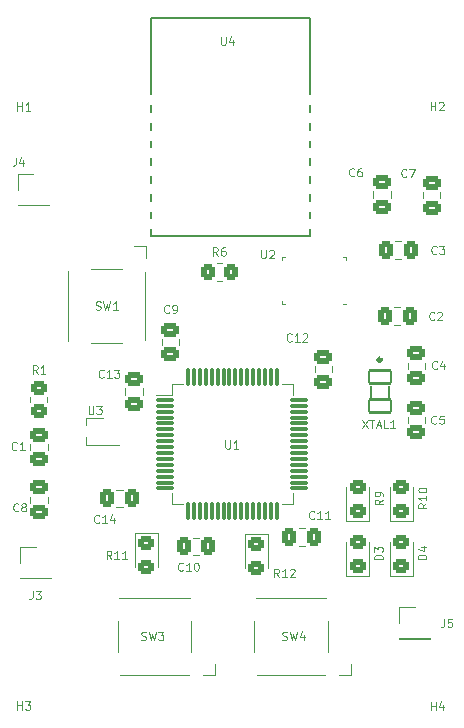
<source format=gto>
G04 #@! TF.GenerationSoftware,KiCad,Pcbnew,7.0.10*
G04 #@! TF.CreationDate,2024-03-08T11:33:54-05:00*
G04 #@! TF.ProjectId,swipe-stack-glove,73776970-652d-4737-9461-636b2d676c6f,1*
G04 #@! TF.SameCoordinates,Original*
G04 #@! TF.FileFunction,Legend,Top*
G04 #@! TF.FilePolarity,Positive*
%FSLAX46Y46*%
G04 Gerber Fmt 4.6, Leading zero omitted, Abs format (unit mm)*
G04 Created by KiCad (PCBNEW 7.0.10) date 2024-03-08 11:33:54*
%MOMM*%
%LPD*%
G01*
G04 APERTURE LIST*
G04 Aperture macros list*
%AMRoundRect*
0 Rectangle with rounded corners*
0 $1 Rounding radius*
0 $2 $3 $4 $5 $6 $7 $8 $9 X,Y pos of 4 corners*
0 Add a 4 corners polygon primitive as box body*
4,1,4,$2,$3,$4,$5,$6,$7,$8,$9,$2,$3,0*
0 Add four circle primitives for the rounded corners*
1,1,$1+$1,$2,$3*
1,1,$1+$1,$4,$5*
1,1,$1+$1,$6,$7*
1,1,$1+$1,$8,$9*
0 Add four rect primitives between the rounded corners*
20,1,$1+$1,$2,$3,$4,$5,0*
20,1,$1+$1,$4,$5,$6,$7,0*
20,1,$1+$1,$6,$7,$8,$9,0*
20,1,$1+$1,$8,$9,$2,$3,0*%
G04 Aperture macros list end*
%ADD10C,0.100000*%
%ADD11C,0.120000*%
%ADD12C,0.127000*%
%ADD13C,0.300000*%
%ADD14C,0.150000*%
%ADD15RoundRect,0.250000X-0.475000X0.337500X-0.475000X-0.337500X0.475000X-0.337500X0.475000X0.337500X0*%
%ADD16R,1.600000X1.400000*%
%ADD17RoundRect,0.250000X0.350000X0.450000X-0.350000X0.450000X-0.350000X-0.450000X0.350000X-0.450000X0*%
%ADD18RoundRect,0.250000X0.475000X-0.337500X0.475000X0.337500X-0.475000X0.337500X-0.475000X-0.337500X0*%
%ADD19R,1.700000X1.700000*%
%ADD20RoundRect,0.250000X0.337500X0.475000X-0.337500X0.475000X-0.337500X-0.475000X0.337500X-0.475000X0*%
%ADD21R,1.500000X0.450000*%
%ADD22C,2.500000*%
%ADD23RoundRect,0.102000X-0.950000X0.550000X-0.950000X-0.550000X0.950000X-0.550000X0.950000X0.550000X0*%
%ADD24RoundRect,0.250000X0.450000X-0.325000X0.450000X0.325000X-0.450000X0.325000X-0.450000X-0.325000X0*%
%ADD25RoundRect,0.250000X-0.337500X-0.475000X0.337500X-0.475000X0.337500X0.475000X-0.337500X0.475000X0*%
%ADD26RoundRect,0.250000X-0.450000X0.325000X-0.450000X-0.325000X0.450000X-0.325000X0.450000X0.325000X0*%
%ADD27R,0.257000X1.085000*%
%ADD28R,1.040000X0.257000*%
%ADD29R,1.400000X1.600000*%
%ADD30RoundRect,0.075000X-0.700000X-0.075000X0.700000X-0.075000X0.700000X0.075000X-0.700000X0.075000X0*%
%ADD31RoundRect,0.075000X-0.075000X-0.700000X0.075000X-0.700000X0.075000X0.700000X-0.075000X0.700000X0*%
%ADD32R,2.000000X0.900000*%
%ADD33RoundRect,0.250000X-0.450000X0.350000X-0.450000X-0.350000X0.450000X-0.350000X0.450000X0.350000X0*%
%ADD34O,1.700000X1.700000*%
%ADD35C,0.800000*%
G04 APERTURE END LIST*
D10*
X169563333Y-100809466D02*
X169530000Y-100842800D01*
X169530000Y-100842800D02*
X169430000Y-100876133D01*
X169430000Y-100876133D02*
X169363333Y-100876133D01*
X169363333Y-100876133D02*
X169263333Y-100842800D01*
X169263333Y-100842800D02*
X169196667Y-100776133D01*
X169196667Y-100776133D02*
X169163333Y-100709466D01*
X169163333Y-100709466D02*
X169130000Y-100576133D01*
X169130000Y-100576133D02*
X169130000Y-100476133D01*
X169130000Y-100476133D02*
X169163333Y-100342800D01*
X169163333Y-100342800D02*
X169196667Y-100276133D01*
X169196667Y-100276133D02*
X169263333Y-100209466D01*
X169263333Y-100209466D02*
X169363333Y-100176133D01*
X169363333Y-100176133D02*
X169430000Y-100176133D01*
X169430000Y-100176133D02*
X169530000Y-100209466D01*
X169530000Y-100209466D02*
X169563333Y-100242800D01*
X170196667Y-100176133D02*
X169863333Y-100176133D01*
X169863333Y-100176133D02*
X169830000Y-100509466D01*
X169830000Y-100509466D02*
X169863333Y-100476133D01*
X169863333Y-100476133D02*
X169930000Y-100442800D01*
X169930000Y-100442800D02*
X170096667Y-100442800D01*
X170096667Y-100442800D02*
X170163333Y-100476133D01*
X170163333Y-100476133D02*
X170196667Y-100509466D01*
X170196667Y-100509466D02*
X170230000Y-100576133D01*
X170230000Y-100576133D02*
X170230000Y-100742800D01*
X170230000Y-100742800D02*
X170196667Y-100809466D01*
X170196667Y-100809466D02*
X170163333Y-100842800D01*
X170163333Y-100842800D02*
X170096667Y-100876133D01*
X170096667Y-100876133D02*
X169930000Y-100876133D01*
X169930000Y-100876133D02*
X169863333Y-100842800D01*
X169863333Y-100842800D02*
X169830000Y-100809466D01*
X144608666Y-119157300D02*
X144708666Y-119190633D01*
X144708666Y-119190633D02*
X144875333Y-119190633D01*
X144875333Y-119190633D02*
X144941999Y-119157300D01*
X144941999Y-119157300D02*
X144975333Y-119123966D01*
X144975333Y-119123966D02*
X145008666Y-119057300D01*
X145008666Y-119057300D02*
X145008666Y-118990633D01*
X145008666Y-118990633D02*
X144975333Y-118923966D01*
X144975333Y-118923966D02*
X144941999Y-118890633D01*
X144941999Y-118890633D02*
X144875333Y-118857300D01*
X144875333Y-118857300D02*
X144741999Y-118823966D01*
X144741999Y-118823966D02*
X144675333Y-118790633D01*
X144675333Y-118790633D02*
X144641999Y-118757300D01*
X144641999Y-118757300D02*
X144608666Y-118690633D01*
X144608666Y-118690633D02*
X144608666Y-118623966D01*
X144608666Y-118623966D02*
X144641999Y-118557300D01*
X144641999Y-118557300D02*
X144675333Y-118523966D01*
X144675333Y-118523966D02*
X144741999Y-118490633D01*
X144741999Y-118490633D02*
X144908666Y-118490633D01*
X144908666Y-118490633D02*
X145008666Y-118523966D01*
X145242000Y-118490633D02*
X145408666Y-119190633D01*
X145408666Y-119190633D02*
X145542000Y-118690633D01*
X145542000Y-118690633D02*
X145675333Y-119190633D01*
X145675333Y-119190633D02*
X145842000Y-118490633D01*
X146042000Y-118490633D02*
X146475333Y-118490633D01*
X146475333Y-118490633D02*
X146242000Y-118757300D01*
X146242000Y-118757300D02*
X146342000Y-118757300D01*
X146342000Y-118757300D02*
X146408666Y-118790633D01*
X146408666Y-118790633D02*
X146442000Y-118823966D01*
X146442000Y-118823966D02*
X146475333Y-118890633D01*
X146475333Y-118890633D02*
X146475333Y-119057300D01*
X146475333Y-119057300D02*
X146442000Y-119123966D01*
X146442000Y-119123966D02*
X146408666Y-119157300D01*
X146408666Y-119157300D02*
X146342000Y-119190633D01*
X146342000Y-119190633D02*
X146142000Y-119190633D01*
X146142000Y-119190633D02*
X146075333Y-119157300D01*
X146075333Y-119157300D02*
X146042000Y-119123966D01*
X151073333Y-86648633D02*
X150840000Y-86315300D01*
X150673333Y-86648633D02*
X150673333Y-85948633D01*
X150673333Y-85948633D02*
X150940000Y-85948633D01*
X150940000Y-85948633D02*
X151006667Y-85981966D01*
X151006667Y-85981966D02*
X151040000Y-86015300D01*
X151040000Y-86015300D02*
X151073333Y-86081966D01*
X151073333Y-86081966D02*
X151073333Y-86181966D01*
X151073333Y-86181966D02*
X151040000Y-86248633D01*
X151040000Y-86248633D02*
X151006667Y-86281966D01*
X151006667Y-86281966D02*
X150940000Y-86315300D01*
X150940000Y-86315300D02*
X150673333Y-86315300D01*
X151673333Y-85948633D02*
X151540000Y-85948633D01*
X151540000Y-85948633D02*
X151473333Y-85981966D01*
X151473333Y-85981966D02*
X151440000Y-86015300D01*
X151440000Y-86015300D02*
X151373333Y-86115300D01*
X151373333Y-86115300D02*
X151340000Y-86248633D01*
X151340000Y-86248633D02*
X151340000Y-86515300D01*
X151340000Y-86515300D02*
X151373333Y-86581966D01*
X151373333Y-86581966D02*
X151406667Y-86615300D01*
X151406667Y-86615300D02*
X151473333Y-86648633D01*
X151473333Y-86648633D02*
X151606667Y-86648633D01*
X151606667Y-86648633D02*
X151673333Y-86615300D01*
X151673333Y-86615300D02*
X151706667Y-86581966D01*
X151706667Y-86581966D02*
X151740000Y-86515300D01*
X151740000Y-86515300D02*
X151740000Y-86348633D01*
X151740000Y-86348633D02*
X151706667Y-86281966D01*
X151706667Y-86281966D02*
X151673333Y-86248633D01*
X151673333Y-86248633D02*
X151606667Y-86215300D01*
X151606667Y-86215300D02*
X151473333Y-86215300D01*
X151473333Y-86215300D02*
X151406667Y-86248633D01*
X151406667Y-86248633D02*
X151373333Y-86281966D01*
X151373333Y-86281966D02*
X151340000Y-86348633D01*
X162613333Y-79861966D02*
X162580000Y-79895300D01*
X162580000Y-79895300D02*
X162480000Y-79928633D01*
X162480000Y-79928633D02*
X162413333Y-79928633D01*
X162413333Y-79928633D02*
X162313333Y-79895300D01*
X162313333Y-79895300D02*
X162246667Y-79828633D01*
X162246667Y-79828633D02*
X162213333Y-79761966D01*
X162213333Y-79761966D02*
X162180000Y-79628633D01*
X162180000Y-79628633D02*
X162180000Y-79528633D01*
X162180000Y-79528633D02*
X162213333Y-79395300D01*
X162213333Y-79395300D02*
X162246667Y-79328633D01*
X162246667Y-79328633D02*
X162313333Y-79261966D01*
X162313333Y-79261966D02*
X162413333Y-79228633D01*
X162413333Y-79228633D02*
X162480000Y-79228633D01*
X162480000Y-79228633D02*
X162580000Y-79261966D01*
X162580000Y-79261966D02*
X162613333Y-79295300D01*
X163213333Y-79228633D02*
X163080000Y-79228633D01*
X163080000Y-79228633D02*
X163013333Y-79261966D01*
X163013333Y-79261966D02*
X162980000Y-79295300D01*
X162980000Y-79295300D02*
X162913333Y-79395300D01*
X162913333Y-79395300D02*
X162880000Y-79528633D01*
X162880000Y-79528633D02*
X162880000Y-79795300D01*
X162880000Y-79795300D02*
X162913333Y-79861966D01*
X162913333Y-79861966D02*
X162946667Y-79895300D01*
X162946667Y-79895300D02*
X163013333Y-79928633D01*
X163013333Y-79928633D02*
X163146667Y-79928633D01*
X163146667Y-79928633D02*
X163213333Y-79895300D01*
X163213333Y-79895300D02*
X163246667Y-79861966D01*
X163246667Y-79861966D02*
X163280000Y-79795300D01*
X163280000Y-79795300D02*
X163280000Y-79628633D01*
X163280000Y-79628633D02*
X163246667Y-79561966D01*
X163246667Y-79561966D02*
X163213333Y-79528633D01*
X163213333Y-79528633D02*
X163146667Y-79495300D01*
X163146667Y-79495300D02*
X163013333Y-79495300D01*
X163013333Y-79495300D02*
X162946667Y-79528633D01*
X162946667Y-79528633D02*
X162913333Y-79561966D01*
X162913333Y-79561966D02*
X162880000Y-79628633D01*
X135386666Y-115028633D02*
X135386666Y-115528633D01*
X135386666Y-115528633D02*
X135353333Y-115628633D01*
X135353333Y-115628633D02*
X135286666Y-115695300D01*
X135286666Y-115695300D02*
X135186666Y-115728633D01*
X135186666Y-115728633D02*
X135120000Y-115728633D01*
X135653333Y-115028633D02*
X136086666Y-115028633D01*
X136086666Y-115028633D02*
X135853333Y-115295300D01*
X135853333Y-115295300D02*
X135953333Y-115295300D01*
X135953333Y-115295300D02*
X136019999Y-115328633D01*
X136019999Y-115328633D02*
X136053333Y-115361966D01*
X136053333Y-115361966D02*
X136086666Y-115428633D01*
X136086666Y-115428633D02*
X136086666Y-115595300D01*
X136086666Y-115595300D02*
X136053333Y-115661966D01*
X136053333Y-115661966D02*
X136019999Y-115695300D01*
X136019999Y-115695300D02*
X135953333Y-115728633D01*
X135953333Y-115728633D02*
X135753333Y-115728633D01*
X135753333Y-115728633D02*
X135686666Y-115695300D01*
X135686666Y-115695300D02*
X135653333Y-115661966D01*
X159229999Y-108871966D02*
X159196666Y-108905300D01*
X159196666Y-108905300D02*
X159096666Y-108938633D01*
X159096666Y-108938633D02*
X159029999Y-108938633D01*
X159029999Y-108938633D02*
X158929999Y-108905300D01*
X158929999Y-108905300D02*
X158863333Y-108838633D01*
X158863333Y-108838633D02*
X158829999Y-108771966D01*
X158829999Y-108771966D02*
X158796666Y-108638633D01*
X158796666Y-108638633D02*
X158796666Y-108538633D01*
X158796666Y-108538633D02*
X158829999Y-108405300D01*
X158829999Y-108405300D02*
X158863333Y-108338633D01*
X158863333Y-108338633D02*
X158929999Y-108271966D01*
X158929999Y-108271966D02*
X159029999Y-108238633D01*
X159029999Y-108238633D02*
X159096666Y-108238633D01*
X159096666Y-108238633D02*
X159196666Y-108271966D01*
X159196666Y-108271966D02*
X159229999Y-108305300D01*
X159896666Y-108938633D02*
X159496666Y-108938633D01*
X159696666Y-108938633D02*
X159696666Y-108238633D01*
X159696666Y-108238633D02*
X159629999Y-108338633D01*
X159629999Y-108338633D02*
X159563333Y-108405300D01*
X159563333Y-108405300D02*
X159496666Y-108438633D01*
X160563333Y-108938633D02*
X160163333Y-108938633D01*
X160363333Y-108938633D02*
X160363333Y-108238633D01*
X160363333Y-108238633D02*
X160296666Y-108338633D01*
X160296666Y-108338633D02*
X160230000Y-108405300D01*
X160230000Y-108405300D02*
X160163333Y-108438633D01*
X140136666Y-99338633D02*
X140136666Y-99905300D01*
X140136666Y-99905300D02*
X140170000Y-99971966D01*
X140170000Y-99971966D02*
X140203333Y-100005300D01*
X140203333Y-100005300D02*
X140270000Y-100038633D01*
X140270000Y-100038633D02*
X140403333Y-100038633D01*
X140403333Y-100038633D02*
X140470000Y-100005300D01*
X140470000Y-100005300D02*
X140503333Y-99971966D01*
X140503333Y-99971966D02*
X140536666Y-99905300D01*
X140536666Y-99905300D02*
X140536666Y-99338633D01*
X140803333Y-99338633D02*
X141236666Y-99338633D01*
X141236666Y-99338633D02*
X141003333Y-99605300D01*
X141003333Y-99605300D02*
X141103333Y-99605300D01*
X141103333Y-99605300D02*
X141169999Y-99638633D01*
X141169999Y-99638633D02*
X141203333Y-99671966D01*
X141203333Y-99671966D02*
X141236666Y-99738633D01*
X141236666Y-99738633D02*
X141236666Y-99905300D01*
X141236666Y-99905300D02*
X141203333Y-99971966D01*
X141203333Y-99971966D02*
X141169999Y-100005300D01*
X141169999Y-100005300D02*
X141103333Y-100038633D01*
X141103333Y-100038633D02*
X140903333Y-100038633D01*
X140903333Y-100038633D02*
X140836666Y-100005300D01*
X140836666Y-100005300D02*
X140803333Y-99971966D01*
X170226666Y-117378633D02*
X170226666Y-117878633D01*
X170226666Y-117878633D02*
X170193333Y-117978633D01*
X170193333Y-117978633D02*
X170126666Y-118045300D01*
X170126666Y-118045300D02*
X170026666Y-118078633D01*
X170026666Y-118078633D02*
X169960000Y-118078633D01*
X170893333Y-117378633D02*
X170559999Y-117378633D01*
X170559999Y-117378633D02*
X170526666Y-117711966D01*
X170526666Y-117711966D02*
X170559999Y-117678633D01*
X170559999Y-117678633D02*
X170626666Y-117645300D01*
X170626666Y-117645300D02*
X170793333Y-117645300D01*
X170793333Y-117645300D02*
X170859999Y-117678633D01*
X170859999Y-117678633D02*
X170893333Y-117711966D01*
X170893333Y-117711966D02*
X170926666Y-117778633D01*
X170926666Y-117778633D02*
X170926666Y-117945300D01*
X170926666Y-117945300D02*
X170893333Y-118011966D01*
X170893333Y-118011966D02*
X170859999Y-118045300D01*
X170859999Y-118045300D02*
X170793333Y-118078633D01*
X170793333Y-118078633D02*
X170626666Y-118078633D01*
X170626666Y-118078633D02*
X170559999Y-118045300D01*
X170559999Y-118045300D02*
X170526666Y-118011966D01*
X156546666Y-119157300D02*
X156646666Y-119190633D01*
X156646666Y-119190633D02*
X156813333Y-119190633D01*
X156813333Y-119190633D02*
X156879999Y-119157300D01*
X156879999Y-119157300D02*
X156913333Y-119123966D01*
X156913333Y-119123966D02*
X156946666Y-119057300D01*
X156946666Y-119057300D02*
X156946666Y-118990633D01*
X156946666Y-118990633D02*
X156913333Y-118923966D01*
X156913333Y-118923966D02*
X156879999Y-118890633D01*
X156879999Y-118890633D02*
X156813333Y-118857300D01*
X156813333Y-118857300D02*
X156679999Y-118823966D01*
X156679999Y-118823966D02*
X156613333Y-118790633D01*
X156613333Y-118790633D02*
X156579999Y-118757300D01*
X156579999Y-118757300D02*
X156546666Y-118690633D01*
X156546666Y-118690633D02*
X156546666Y-118623966D01*
X156546666Y-118623966D02*
X156579999Y-118557300D01*
X156579999Y-118557300D02*
X156613333Y-118523966D01*
X156613333Y-118523966D02*
X156679999Y-118490633D01*
X156679999Y-118490633D02*
X156846666Y-118490633D01*
X156846666Y-118490633D02*
X156946666Y-118523966D01*
X157180000Y-118490633D02*
X157346666Y-119190633D01*
X157346666Y-119190633D02*
X157480000Y-118690633D01*
X157480000Y-118690633D02*
X157613333Y-119190633D01*
X157613333Y-119190633D02*
X157780000Y-118490633D01*
X158346666Y-118723966D02*
X158346666Y-119190633D01*
X158180000Y-118457300D02*
X158013333Y-118957300D01*
X158013333Y-118957300D02*
X158446666Y-118957300D01*
X134105960Y-74364937D02*
X134105960Y-73664937D01*
X134105960Y-73998270D02*
X134505960Y-73998270D01*
X134505960Y-74364937D02*
X134505960Y-73664937D01*
X135205960Y-74364937D02*
X134805960Y-74364937D01*
X135005960Y-74364937D02*
X135005960Y-73664937D01*
X135005960Y-73664937D02*
X134939293Y-73764937D01*
X134939293Y-73764937D02*
X134872627Y-73831604D01*
X134872627Y-73831604D02*
X134805960Y-73864937D01*
X163283333Y-100516133D02*
X163749999Y-101216133D01*
X163749999Y-100516133D02*
X163283333Y-101216133D01*
X163916666Y-100516133D02*
X164316666Y-100516133D01*
X164116666Y-101216133D02*
X164116666Y-100516133D01*
X164516666Y-101016133D02*
X164849999Y-101016133D01*
X164449999Y-101216133D02*
X164683333Y-100516133D01*
X164683333Y-100516133D02*
X164916666Y-101216133D01*
X165483333Y-101216133D02*
X165149999Y-101216133D01*
X165149999Y-101216133D02*
X165149999Y-100516133D01*
X166083333Y-101216133D02*
X165683333Y-101216133D01*
X165883333Y-101216133D02*
X165883333Y-100516133D01*
X165883333Y-100516133D02*
X165816666Y-100616133D01*
X165816666Y-100616133D02*
X165750000Y-100682800D01*
X165750000Y-100682800D02*
X165683333Y-100716133D01*
X169403333Y-92031966D02*
X169370000Y-92065300D01*
X169370000Y-92065300D02*
X169270000Y-92098633D01*
X169270000Y-92098633D02*
X169203333Y-92098633D01*
X169203333Y-92098633D02*
X169103333Y-92065300D01*
X169103333Y-92065300D02*
X169036667Y-91998633D01*
X169036667Y-91998633D02*
X169003333Y-91931966D01*
X169003333Y-91931966D02*
X168970000Y-91798633D01*
X168970000Y-91798633D02*
X168970000Y-91698633D01*
X168970000Y-91698633D02*
X169003333Y-91565300D01*
X169003333Y-91565300D02*
X169036667Y-91498633D01*
X169036667Y-91498633D02*
X169103333Y-91431966D01*
X169103333Y-91431966D02*
X169203333Y-91398633D01*
X169203333Y-91398633D02*
X169270000Y-91398633D01*
X169270000Y-91398633D02*
X169370000Y-91431966D01*
X169370000Y-91431966D02*
X169403333Y-91465300D01*
X169670000Y-91465300D02*
X169703333Y-91431966D01*
X169703333Y-91431966D02*
X169770000Y-91398633D01*
X169770000Y-91398633D02*
X169936667Y-91398633D01*
X169936667Y-91398633D02*
X170003333Y-91431966D01*
X170003333Y-91431966D02*
X170036667Y-91465300D01*
X170036667Y-91465300D02*
X170070000Y-91531966D01*
X170070000Y-91531966D02*
X170070000Y-91598633D01*
X170070000Y-91598633D02*
X170036667Y-91698633D01*
X170036667Y-91698633D02*
X169636667Y-92098633D01*
X169636667Y-92098633D02*
X170070000Y-92098633D01*
X165042633Y-107286588D02*
X164709300Y-107519921D01*
X165042633Y-107686588D02*
X164342633Y-107686588D01*
X164342633Y-107686588D02*
X164342633Y-107419921D01*
X164342633Y-107419921D02*
X164375966Y-107353255D01*
X164375966Y-107353255D02*
X164409300Y-107319921D01*
X164409300Y-107319921D02*
X164475966Y-107286588D01*
X164475966Y-107286588D02*
X164575966Y-107286588D01*
X164575966Y-107286588D02*
X164642633Y-107319921D01*
X164642633Y-107319921D02*
X164675966Y-107353255D01*
X164675966Y-107353255D02*
X164709300Y-107419921D01*
X164709300Y-107419921D02*
X164709300Y-107686588D01*
X165042633Y-106953255D02*
X165042633Y-106819921D01*
X165042633Y-106819921D02*
X165009300Y-106753255D01*
X165009300Y-106753255D02*
X164975966Y-106719921D01*
X164975966Y-106719921D02*
X164875966Y-106653255D01*
X164875966Y-106653255D02*
X164742633Y-106619921D01*
X164742633Y-106619921D02*
X164475966Y-106619921D01*
X164475966Y-106619921D02*
X164409300Y-106653255D01*
X164409300Y-106653255D02*
X164375966Y-106686588D01*
X164375966Y-106686588D02*
X164342633Y-106753255D01*
X164342633Y-106753255D02*
X164342633Y-106886588D01*
X164342633Y-106886588D02*
X164375966Y-106953255D01*
X164375966Y-106953255D02*
X164409300Y-106986588D01*
X164409300Y-106986588D02*
X164475966Y-107019921D01*
X164475966Y-107019921D02*
X164642633Y-107019921D01*
X164642633Y-107019921D02*
X164709300Y-106986588D01*
X164709300Y-106986588D02*
X164742633Y-106953255D01*
X164742633Y-106953255D02*
X164775966Y-106886588D01*
X164775966Y-106886588D02*
X164775966Y-106753255D01*
X164775966Y-106753255D02*
X164742633Y-106686588D01*
X164742633Y-106686588D02*
X164709300Y-106653255D01*
X164709300Y-106653255D02*
X164642633Y-106619921D01*
X148129999Y-113261966D02*
X148096666Y-113295300D01*
X148096666Y-113295300D02*
X147996666Y-113328633D01*
X147996666Y-113328633D02*
X147929999Y-113328633D01*
X147929999Y-113328633D02*
X147829999Y-113295300D01*
X147829999Y-113295300D02*
X147763333Y-113228633D01*
X147763333Y-113228633D02*
X147729999Y-113161966D01*
X147729999Y-113161966D02*
X147696666Y-113028633D01*
X147696666Y-113028633D02*
X147696666Y-112928633D01*
X147696666Y-112928633D02*
X147729999Y-112795300D01*
X147729999Y-112795300D02*
X147763333Y-112728633D01*
X147763333Y-112728633D02*
X147829999Y-112661966D01*
X147829999Y-112661966D02*
X147929999Y-112628633D01*
X147929999Y-112628633D02*
X147996666Y-112628633D01*
X147996666Y-112628633D02*
X148096666Y-112661966D01*
X148096666Y-112661966D02*
X148129999Y-112695300D01*
X148796666Y-113328633D02*
X148396666Y-113328633D01*
X148596666Y-113328633D02*
X148596666Y-112628633D01*
X148596666Y-112628633D02*
X148529999Y-112728633D01*
X148529999Y-112728633D02*
X148463333Y-112795300D01*
X148463333Y-112795300D02*
X148396666Y-112828633D01*
X149230000Y-112628633D02*
X149296666Y-112628633D01*
X149296666Y-112628633D02*
X149363333Y-112661966D01*
X149363333Y-112661966D02*
X149396666Y-112695300D01*
X149396666Y-112695300D02*
X149430000Y-112761966D01*
X149430000Y-112761966D02*
X149463333Y-112895300D01*
X149463333Y-112895300D02*
X149463333Y-113061966D01*
X149463333Y-113061966D02*
X149430000Y-113195300D01*
X149430000Y-113195300D02*
X149396666Y-113261966D01*
X149396666Y-113261966D02*
X149363333Y-113295300D01*
X149363333Y-113295300D02*
X149296666Y-113328633D01*
X149296666Y-113328633D02*
X149230000Y-113328633D01*
X149230000Y-113328633D02*
X149163333Y-113295300D01*
X149163333Y-113295300D02*
X149130000Y-113261966D01*
X149130000Y-113261966D02*
X149096666Y-113195300D01*
X149096666Y-113195300D02*
X149063333Y-113061966D01*
X149063333Y-113061966D02*
X149063333Y-112895300D01*
X149063333Y-112895300D02*
X149096666Y-112761966D01*
X149096666Y-112761966D02*
X149130000Y-112695300D01*
X149130000Y-112695300D02*
X149163333Y-112661966D01*
X149163333Y-112661966D02*
X149230000Y-112628633D01*
X169593333Y-86431966D02*
X169560000Y-86465300D01*
X169560000Y-86465300D02*
X169460000Y-86498633D01*
X169460000Y-86498633D02*
X169393333Y-86498633D01*
X169393333Y-86498633D02*
X169293333Y-86465300D01*
X169293333Y-86465300D02*
X169226667Y-86398633D01*
X169226667Y-86398633D02*
X169193333Y-86331966D01*
X169193333Y-86331966D02*
X169160000Y-86198633D01*
X169160000Y-86198633D02*
X169160000Y-86098633D01*
X169160000Y-86098633D02*
X169193333Y-85965300D01*
X169193333Y-85965300D02*
X169226667Y-85898633D01*
X169226667Y-85898633D02*
X169293333Y-85831966D01*
X169293333Y-85831966D02*
X169393333Y-85798633D01*
X169393333Y-85798633D02*
X169460000Y-85798633D01*
X169460000Y-85798633D02*
X169560000Y-85831966D01*
X169560000Y-85831966D02*
X169593333Y-85865300D01*
X169826667Y-85798633D02*
X170260000Y-85798633D01*
X170260000Y-85798633D02*
X170026667Y-86065300D01*
X170026667Y-86065300D02*
X170126667Y-86065300D01*
X170126667Y-86065300D02*
X170193333Y-86098633D01*
X170193333Y-86098633D02*
X170226667Y-86131966D01*
X170226667Y-86131966D02*
X170260000Y-86198633D01*
X170260000Y-86198633D02*
X170260000Y-86365300D01*
X170260000Y-86365300D02*
X170226667Y-86431966D01*
X170226667Y-86431966D02*
X170193333Y-86465300D01*
X170193333Y-86465300D02*
X170126667Y-86498633D01*
X170126667Y-86498633D02*
X169926667Y-86498633D01*
X169926667Y-86498633D02*
X169860000Y-86465300D01*
X169860000Y-86465300D02*
X169826667Y-86431966D01*
X169124667Y-125112079D02*
X169124667Y-124412079D01*
X169124667Y-124745412D02*
X169524667Y-124745412D01*
X169524667Y-125112079D02*
X169524667Y-124412079D01*
X170158000Y-124645412D02*
X170158000Y-125112079D01*
X169991334Y-124378746D02*
X169824667Y-124878746D01*
X169824667Y-124878746D02*
X170258000Y-124878746D01*
X165032633Y-112351588D02*
X164332633Y-112351588D01*
X164332633Y-112351588D02*
X164332633Y-112184921D01*
X164332633Y-112184921D02*
X164365966Y-112084921D01*
X164365966Y-112084921D02*
X164432633Y-112018255D01*
X164432633Y-112018255D02*
X164499300Y-111984921D01*
X164499300Y-111984921D02*
X164632633Y-111951588D01*
X164632633Y-111951588D02*
X164732633Y-111951588D01*
X164732633Y-111951588D02*
X164865966Y-111984921D01*
X164865966Y-111984921D02*
X164932633Y-112018255D01*
X164932633Y-112018255D02*
X164999300Y-112084921D01*
X164999300Y-112084921D02*
X165032633Y-112184921D01*
X165032633Y-112184921D02*
X165032633Y-112351588D01*
X164332633Y-111718255D02*
X164332633Y-111284921D01*
X164332633Y-111284921D02*
X164599300Y-111518255D01*
X164599300Y-111518255D02*
X164599300Y-111418255D01*
X164599300Y-111418255D02*
X164632633Y-111351588D01*
X164632633Y-111351588D02*
X164665966Y-111318255D01*
X164665966Y-111318255D02*
X164732633Y-111284921D01*
X164732633Y-111284921D02*
X164899300Y-111284921D01*
X164899300Y-111284921D02*
X164965966Y-111318255D01*
X164965966Y-111318255D02*
X164999300Y-111351588D01*
X164999300Y-111351588D02*
X165032633Y-111418255D01*
X165032633Y-111418255D02*
X165032633Y-111618255D01*
X165032633Y-111618255D02*
X164999300Y-111684921D01*
X164999300Y-111684921D02*
X164965966Y-111718255D01*
X134183333Y-108231966D02*
X134150000Y-108265300D01*
X134150000Y-108265300D02*
X134050000Y-108298633D01*
X134050000Y-108298633D02*
X133983333Y-108298633D01*
X133983333Y-108298633D02*
X133883333Y-108265300D01*
X133883333Y-108265300D02*
X133816667Y-108198633D01*
X133816667Y-108198633D02*
X133783333Y-108131966D01*
X133783333Y-108131966D02*
X133750000Y-107998633D01*
X133750000Y-107998633D02*
X133750000Y-107898633D01*
X133750000Y-107898633D02*
X133783333Y-107765300D01*
X133783333Y-107765300D02*
X133816667Y-107698633D01*
X133816667Y-107698633D02*
X133883333Y-107631966D01*
X133883333Y-107631966D02*
X133983333Y-107598633D01*
X133983333Y-107598633D02*
X134050000Y-107598633D01*
X134050000Y-107598633D02*
X134150000Y-107631966D01*
X134150000Y-107631966D02*
X134183333Y-107665300D01*
X134583333Y-107898633D02*
X134516667Y-107865300D01*
X134516667Y-107865300D02*
X134483333Y-107831966D01*
X134483333Y-107831966D02*
X134450000Y-107765300D01*
X134450000Y-107765300D02*
X134450000Y-107731966D01*
X134450000Y-107731966D02*
X134483333Y-107665300D01*
X134483333Y-107665300D02*
X134516667Y-107631966D01*
X134516667Y-107631966D02*
X134583333Y-107598633D01*
X134583333Y-107598633D02*
X134716667Y-107598633D01*
X134716667Y-107598633D02*
X134783333Y-107631966D01*
X134783333Y-107631966D02*
X134816667Y-107665300D01*
X134816667Y-107665300D02*
X134850000Y-107731966D01*
X134850000Y-107731966D02*
X134850000Y-107765300D01*
X134850000Y-107765300D02*
X134816667Y-107831966D01*
X134816667Y-107831966D02*
X134783333Y-107865300D01*
X134783333Y-107865300D02*
X134716667Y-107898633D01*
X134716667Y-107898633D02*
X134583333Y-107898633D01*
X134583333Y-107898633D02*
X134516667Y-107931966D01*
X134516667Y-107931966D02*
X134483333Y-107965300D01*
X134483333Y-107965300D02*
X134450000Y-108031966D01*
X134450000Y-108031966D02*
X134450000Y-108165300D01*
X134450000Y-108165300D02*
X134483333Y-108231966D01*
X134483333Y-108231966D02*
X134516667Y-108265300D01*
X134516667Y-108265300D02*
X134583333Y-108298633D01*
X134583333Y-108298633D02*
X134716667Y-108298633D01*
X134716667Y-108298633D02*
X134783333Y-108265300D01*
X134783333Y-108265300D02*
X134816667Y-108231966D01*
X134816667Y-108231966D02*
X134850000Y-108165300D01*
X134850000Y-108165300D02*
X134850000Y-108031966D01*
X134850000Y-108031966D02*
X134816667Y-107965300D01*
X134816667Y-107965300D02*
X134783333Y-107931966D01*
X134783333Y-107931966D02*
X134716667Y-107898633D01*
X169643333Y-96189466D02*
X169610000Y-96222800D01*
X169610000Y-96222800D02*
X169510000Y-96256133D01*
X169510000Y-96256133D02*
X169443333Y-96256133D01*
X169443333Y-96256133D02*
X169343333Y-96222800D01*
X169343333Y-96222800D02*
X169276667Y-96156133D01*
X169276667Y-96156133D02*
X169243333Y-96089466D01*
X169243333Y-96089466D02*
X169210000Y-95956133D01*
X169210000Y-95956133D02*
X169210000Y-95856133D01*
X169210000Y-95856133D02*
X169243333Y-95722800D01*
X169243333Y-95722800D02*
X169276667Y-95656133D01*
X169276667Y-95656133D02*
X169343333Y-95589466D01*
X169343333Y-95589466D02*
X169443333Y-95556133D01*
X169443333Y-95556133D02*
X169510000Y-95556133D01*
X169510000Y-95556133D02*
X169610000Y-95589466D01*
X169610000Y-95589466D02*
X169643333Y-95622800D01*
X170243333Y-95789466D02*
X170243333Y-96256133D01*
X170076667Y-95522800D02*
X169910000Y-96022800D01*
X169910000Y-96022800D02*
X170343333Y-96022800D01*
X156267999Y-113856633D02*
X156034666Y-113523300D01*
X155867999Y-113856633D02*
X155867999Y-113156633D01*
X155867999Y-113156633D02*
X156134666Y-113156633D01*
X156134666Y-113156633D02*
X156201333Y-113189966D01*
X156201333Y-113189966D02*
X156234666Y-113223300D01*
X156234666Y-113223300D02*
X156267999Y-113289966D01*
X156267999Y-113289966D02*
X156267999Y-113389966D01*
X156267999Y-113389966D02*
X156234666Y-113456633D01*
X156234666Y-113456633D02*
X156201333Y-113489966D01*
X156201333Y-113489966D02*
X156134666Y-113523300D01*
X156134666Y-113523300D02*
X155867999Y-113523300D01*
X156934666Y-113856633D02*
X156534666Y-113856633D01*
X156734666Y-113856633D02*
X156734666Y-113156633D01*
X156734666Y-113156633D02*
X156667999Y-113256633D01*
X156667999Y-113256633D02*
X156601333Y-113323300D01*
X156601333Y-113323300D02*
X156534666Y-113356633D01*
X157201333Y-113223300D02*
X157234666Y-113189966D01*
X157234666Y-113189966D02*
X157301333Y-113156633D01*
X157301333Y-113156633D02*
X157468000Y-113156633D01*
X157468000Y-113156633D02*
X157534666Y-113189966D01*
X157534666Y-113189966D02*
X157568000Y-113223300D01*
X157568000Y-113223300D02*
X157601333Y-113289966D01*
X157601333Y-113289966D02*
X157601333Y-113356633D01*
X157601333Y-113356633D02*
X157568000Y-113456633D01*
X157568000Y-113456633D02*
X157168000Y-113856633D01*
X157168000Y-113856633D02*
X157601333Y-113856633D01*
X157329999Y-93841966D02*
X157296666Y-93875300D01*
X157296666Y-93875300D02*
X157196666Y-93908633D01*
X157196666Y-93908633D02*
X157129999Y-93908633D01*
X157129999Y-93908633D02*
X157029999Y-93875300D01*
X157029999Y-93875300D02*
X156963333Y-93808633D01*
X156963333Y-93808633D02*
X156929999Y-93741966D01*
X156929999Y-93741966D02*
X156896666Y-93608633D01*
X156896666Y-93608633D02*
X156896666Y-93508633D01*
X156896666Y-93508633D02*
X156929999Y-93375300D01*
X156929999Y-93375300D02*
X156963333Y-93308633D01*
X156963333Y-93308633D02*
X157029999Y-93241966D01*
X157029999Y-93241966D02*
X157129999Y-93208633D01*
X157129999Y-93208633D02*
X157196666Y-93208633D01*
X157196666Y-93208633D02*
X157296666Y-93241966D01*
X157296666Y-93241966D02*
X157329999Y-93275300D01*
X157996666Y-93908633D02*
X157596666Y-93908633D01*
X157796666Y-93908633D02*
X157796666Y-93208633D01*
X157796666Y-93208633D02*
X157729999Y-93308633D01*
X157729999Y-93308633D02*
X157663333Y-93375300D01*
X157663333Y-93375300D02*
X157596666Y-93408633D01*
X158263333Y-93275300D02*
X158296666Y-93241966D01*
X158296666Y-93241966D02*
X158363333Y-93208633D01*
X158363333Y-93208633D02*
X158530000Y-93208633D01*
X158530000Y-93208633D02*
X158596666Y-93241966D01*
X158596666Y-93241966D02*
X158630000Y-93275300D01*
X158630000Y-93275300D02*
X158663333Y-93341966D01*
X158663333Y-93341966D02*
X158663333Y-93408633D01*
X158663333Y-93408633D02*
X158630000Y-93508633D01*
X158630000Y-93508633D02*
X158230000Y-93908633D01*
X158230000Y-93908633D02*
X158663333Y-93908633D01*
X154736666Y-86158633D02*
X154736666Y-86725300D01*
X154736666Y-86725300D02*
X154770000Y-86791966D01*
X154770000Y-86791966D02*
X154803333Y-86825300D01*
X154803333Y-86825300D02*
X154870000Y-86858633D01*
X154870000Y-86858633D02*
X155003333Y-86858633D01*
X155003333Y-86858633D02*
X155070000Y-86825300D01*
X155070000Y-86825300D02*
X155103333Y-86791966D01*
X155103333Y-86791966D02*
X155136666Y-86725300D01*
X155136666Y-86725300D02*
X155136666Y-86158633D01*
X155436666Y-86225300D02*
X155469999Y-86191966D01*
X155469999Y-86191966D02*
X155536666Y-86158633D01*
X155536666Y-86158633D02*
X155703333Y-86158633D01*
X155703333Y-86158633D02*
X155769999Y-86191966D01*
X155769999Y-86191966D02*
X155803333Y-86225300D01*
X155803333Y-86225300D02*
X155836666Y-86291966D01*
X155836666Y-86291966D02*
X155836666Y-86358633D01*
X155836666Y-86358633D02*
X155803333Y-86458633D01*
X155803333Y-86458633D02*
X155403333Y-86858633D01*
X155403333Y-86858633D02*
X155836666Y-86858633D01*
X140746666Y-91185300D02*
X140846666Y-91218633D01*
X140846666Y-91218633D02*
X141013333Y-91218633D01*
X141013333Y-91218633D02*
X141079999Y-91185300D01*
X141079999Y-91185300D02*
X141113333Y-91151966D01*
X141113333Y-91151966D02*
X141146666Y-91085300D01*
X141146666Y-91085300D02*
X141146666Y-91018633D01*
X141146666Y-91018633D02*
X141113333Y-90951966D01*
X141113333Y-90951966D02*
X141079999Y-90918633D01*
X141079999Y-90918633D02*
X141013333Y-90885300D01*
X141013333Y-90885300D02*
X140879999Y-90851966D01*
X140879999Y-90851966D02*
X140813333Y-90818633D01*
X140813333Y-90818633D02*
X140779999Y-90785300D01*
X140779999Y-90785300D02*
X140746666Y-90718633D01*
X140746666Y-90718633D02*
X140746666Y-90651966D01*
X140746666Y-90651966D02*
X140779999Y-90585300D01*
X140779999Y-90585300D02*
X140813333Y-90551966D01*
X140813333Y-90551966D02*
X140879999Y-90518633D01*
X140879999Y-90518633D02*
X141046666Y-90518633D01*
X141046666Y-90518633D02*
X141146666Y-90551966D01*
X141380000Y-90518633D02*
X141546666Y-91218633D01*
X141546666Y-91218633D02*
X141680000Y-90718633D01*
X141680000Y-90718633D02*
X141813333Y-91218633D01*
X141813333Y-91218633D02*
X141980000Y-90518633D01*
X142613333Y-91218633D02*
X142213333Y-91218633D01*
X142413333Y-91218633D02*
X142413333Y-90518633D01*
X142413333Y-90518633D02*
X142346666Y-90618633D01*
X142346666Y-90618633D02*
X142280000Y-90685300D01*
X142280000Y-90685300D02*
X142213333Y-90718633D01*
X169094666Y-74334942D02*
X169094666Y-73634942D01*
X169094666Y-73968275D02*
X169494666Y-73968275D01*
X169494666Y-74334942D02*
X169494666Y-73634942D01*
X169794666Y-73701609D02*
X169827999Y-73668275D01*
X169827999Y-73668275D02*
X169894666Y-73634942D01*
X169894666Y-73634942D02*
X170061333Y-73634942D01*
X170061333Y-73634942D02*
X170127999Y-73668275D01*
X170127999Y-73668275D02*
X170161333Y-73701609D01*
X170161333Y-73701609D02*
X170194666Y-73768275D01*
X170194666Y-73768275D02*
X170194666Y-73834942D01*
X170194666Y-73834942D02*
X170161333Y-73934942D01*
X170161333Y-73934942D02*
X169761333Y-74334942D01*
X169761333Y-74334942D02*
X170194666Y-74334942D01*
X141409999Y-96911966D02*
X141376666Y-96945300D01*
X141376666Y-96945300D02*
X141276666Y-96978633D01*
X141276666Y-96978633D02*
X141209999Y-96978633D01*
X141209999Y-96978633D02*
X141109999Y-96945300D01*
X141109999Y-96945300D02*
X141043333Y-96878633D01*
X141043333Y-96878633D02*
X141009999Y-96811966D01*
X141009999Y-96811966D02*
X140976666Y-96678633D01*
X140976666Y-96678633D02*
X140976666Y-96578633D01*
X140976666Y-96578633D02*
X141009999Y-96445300D01*
X141009999Y-96445300D02*
X141043333Y-96378633D01*
X141043333Y-96378633D02*
X141109999Y-96311966D01*
X141109999Y-96311966D02*
X141209999Y-96278633D01*
X141209999Y-96278633D02*
X141276666Y-96278633D01*
X141276666Y-96278633D02*
X141376666Y-96311966D01*
X141376666Y-96311966D02*
X141409999Y-96345300D01*
X142076666Y-96978633D02*
X141676666Y-96978633D01*
X141876666Y-96978633D02*
X141876666Y-96278633D01*
X141876666Y-96278633D02*
X141809999Y-96378633D01*
X141809999Y-96378633D02*
X141743333Y-96445300D01*
X141743333Y-96445300D02*
X141676666Y-96478633D01*
X142310000Y-96278633D02*
X142743333Y-96278633D01*
X142743333Y-96278633D02*
X142510000Y-96545300D01*
X142510000Y-96545300D02*
X142610000Y-96545300D01*
X142610000Y-96545300D02*
X142676666Y-96578633D01*
X142676666Y-96578633D02*
X142710000Y-96611966D01*
X142710000Y-96611966D02*
X142743333Y-96678633D01*
X142743333Y-96678633D02*
X142743333Y-96845300D01*
X142743333Y-96845300D02*
X142710000Y-96911966D01*
X142710000Y-96911966D02*
X142676666Y-96945300D01*
X142676666Y-96945300D02*
X142610000Y-96978633D01*
X142610000Y-96978633D02*
X142410000Y-96978633D01*
X142410000Y-96978633D02*
X142343333Y-96945300D01*
X142343333Y-96945300D02*
X142310000Y-96911966D01*
X151716666Y-102278633D02*
X151716666Y-102845300D01*
X151716666Y-102845300D02*
X151750000Y-102911966D01*
X151750000Y-102911966D02*
X151783333Y-102945300D01*
X151783333Y-102945300D02*
X151850000Y-102978633D01*
X151850000Y-102978633D02*
X151983333Y-102978633D01*
X151983333Y-102978633D02*
X152050000Y-102945300D01*
X152050000Y-102945300D02*
X152083333Y-102911966D01*
X152083333Y-102911966D02*
X152116666Y-102845300D01*
X152116666Y-102845300D02*
X152116666Y-102278633D01*
X152816666Y-102978633D02*
X152416666Y-102978633D01*
X152616666Y-102978633D02*
X152616666Y-102278633D01*
X152616666Y-102278633D02*
X152549999Y-102378633D01*
X152549999Y-102378633D02*
X152483333Y-102445300D01*
X152483333Y-102445300D02*
X152416666Y-102478633D01*
X151346666Y-68108633D02*
X151346666Y-68675300D01*
X151346666Y-68675300D02*
X151380000Y-68741966D01*
X151380000Y-68741966D02*
X151413333Y-68775300D01*
X151413333Y-68775300D02*
X151480000Y-68808633D01*
X151480000Y-68808633D02*
X151613333Y-68808633D01*
X151613333Y-68808633D02*
X151680000Y-68775300D01*
X151680000Y-68775300D02*
X151713333Y-68741966D01*
X151713333Y-68741966D02*
X151746666Y-68675300D01*
X151746666Y-68675300D02*
X151746666Y-68108633D01*
X152379999Y-68341966D02*
X152379999Y-68808633D01*
X152213333Y-68075300D02*
X152046666Y-68575300D01*
X152046666Y-68575300D02*
X152479999Y-68575300D01*
X146949333Y-91437966D02*
X146916000Y-91471300D01*
X146916000Y-91471300D02*
X146816000Y-91504633D01*
X146816000Y-91504633D02*
X146749333Y-91504633D01*
X146749333Y-91504633D02*
X146649333Y-91471300D01*
X146649333Y-91471300D02*
X146582667Y-91404633D01*
X146582667Y-91404633D02*
X146549333Y-91337966D01*
X146549333Y-91337966D02*
X146516000Y-91204633D01*
X146516000Y-91204633D02*
X146516000Y-91104633D01*
X146516000Y-91104633D02*
X146549333Y-90971300D01*
X146549333Y-90971300D02*
X146582667Y-90904633D01*
X146582667Y-90904633D02*
X146649333Y-90837966D01*
X146649333Y-90837966D02*
X146749333Y-90804633D01*
X146749333Y-90804633D02*
X146816000Y-90804633D01*
X146816000Y-90804633D02*
X146916000Y-90837966D01*
X146916000Y-90837966D02*
X146949333Y-90871300D01*
X147282667Y-91504633D02*
X147416000Y-91504633D01*
X147416000Y-91504633D02*
X147482667Y-91471300D01*
X147482667Y-91471300D02*
X147516000Y-91437966D01*
X147516000Y-91437966D02*
X147582667Y-91337966D01*
X147582667Y-91337966D02*
X147616000Y-91204633D01*
X147616000Y-91204633D02*
X147616000Y-90937966D01*
X147616000Y-90937966D02*
X147582667Y-90871300D01*
X147582667Y-90871300D02*
X147549333Y-90837966D01*
X147549333Y-90837966D02*
X147482667Y-90804633D01*
X147482667Y-90804633D02*
X147349333Y-90804633D01*
X147349333Y-90804633D02*
X147282667Y-90837966D01*
X147282667Y-90837966D02*
X147249333Y-90871300D01*
X147249333Y-90871300D02*
X147216000Y-90937966D01*
X147216000Y-90937966D02*
X147216000Y-91104633D01*
X147216000Y-91104633D02*
X147249333Y-91171300D01*
X147249333Y-91171300D02*
X147282667Y-91204633D01*
X147282667Y-91204633D02*
X147349333Y-91237966D01*
X147349333Y-91237966D02*
X147482667Y-91237966D01*
X147482667Y-91237966D02*
X147549333Y-91204633D01*
X147549333Y-91204633D02*
X147582667Y-91171300D01*
X147582667Y-91171300D02*
X147616000Y-91104633D01*
X168742633Y-107614922D02*
X168409300Y-107848255D01*
X168742633Y-108014922D02*
X168042633Y-108014922D01*
X168042633Y-108014922D02*
X168042633Y-107748255D01*
X168042633Y-107748255D02*
X168075966Y-107681589D01*
X168075966Y-107681589D02*
X168109300Y-107648255D01*
X168109300Y-107648255D02*
X168175966Y-107614922D01*
X168175966Y-107614922D02*
X168275966Y-107614922D01*
X168275966Y-107614922D02*
X168342633Y-107648255D01*
X168342633Y-107648255D02*
X168375966Y-107681589D01*
X168375966Y-107681589D02*
X168409300Y-107748255D01*
X168409300Y-107748255D02*
X168409300Y-108014922D01*
X168742633Y-106948255D02*
X168742633Y-107348255D01*
X168742633Y-107148255D02*
X168042633Y-107148255D01*
X168042633Y-107148255D02*
X168142633Y-107214922D01*
X168142633Y-107214922D02*
X168209300Y-107281589D01*
X168209300Y-107281589D02*
X168242633Y-107348255D01*
X168042633Y-106514922D02*
X168042633Y-106448255D01*
X168042633Y-106448255D02*
X168075966Y-106381588D01*
X168075966Y-106381588D02*
X168109300Y-106348255D01*
X168109300Y-106348255D02*
X168175966Y-106314922D01*
X168175966Y-106314922D02*
X168309300Y-106281588D01*
X168309300Y-106281588D02*
X168475966Y-106281588D01*
X168475966Y-106281588D02*
X168609300Y-106314922D01*
X168609300Y-106314922D02*
X168675966Y-106348255D01*
X168675966Y-106348255D02*
X168709300Y-106381588D01*
X168709300Y-106381588D02*
X168742633Y-106448255D01*
X168742633Y-106448255D02*
X168742633Y-106514922D01*
X168742633Y-106514922D02*
X168709300Y-106581588D01*
X168709300Y-106581588D02*
X168675966Y-106614922D01*
X168675966Y-106614922D02*
X168609300Y-106648255D01*
X168609300Y-106648255D02*
X168475966Y-106681588D01*
X168475966Y-106681588D02*
X168309300Y-106681588D01*
X168309300Y-106681588D02*
X168175966Y-106648255D01*
X168175966Y-106648255D02*
X168109300Y-106614922D01*
X168109300Y-106614922D02*
X168075966Y-106581588D01*
X168075966Y-106581588D02*
X168042633Y-106514922D01*
X167043333Y-79911966D02*
X167010000Y-79945300D01*
X167010000Y-79945300D02*
X166910000Y-79978633D01*
X166910000Y-79978633D02*
X166843333Y-79978633D01*
X166843333Y-79978633D02*
X166743333Y-79945300D01*
X166743333Y-79945300D02*
X166676667Y-79878633D01*
X166676667Y-79878633D02*
X166643333Y-79811966D01*
X166643333Y-79811966D02*
X166610000Y-79678633D01*
X166610000Y-79678633D02*
X166610000Y-79578633D01*
X166610000Y-79578633D02*
X166643333Y-79445300D01*
X166643333Y-79445300D02*
X166676667Y-79378633D01*
X166676667Y-79378633D02*
X166743333Y-79311966D01*
X166743333Y-79311966D02*
X166843333Y-79278633D01*
X166843333Y-79278633D02*
X166910000Y-79278633D01*
X166910000Y-79278633D02*
X167010000Y-79311966D01*
X167010000Y-79311966D02*
X167043333Y-79345300D01*
X167276667Y-79278633D02*
X167743333Y-79278633D01*
X167743333Y-79278633D02*
X167443333Y-79978633D01*
X141027999Y-109217966D02*
X140994666Y-109251300D01*
X140994666Y-109251300D02*
X140894666Y-109284633D01*
X140894666Y-109284633D02*
X140827999Y-109284633D01*
X140827999Y-109284633D02*
X140727999Y-109251300D01*
X140727999Y-109251300D02*
X140661333Y-109184633D01*
X140661333Y-109184633D02*
X140627999Y-109117966D01*
X140627999Y-109117966D02*
X140594666Y-108984633D01*
X140594666Y-108984633D02*
X140594666Y-108884633D01*
X140594666Y-108884633D02*
X140627999Y-108751300D01*
X140627999Y-108751300D02*
X140661333Y-108684633D01*
X140661333Y-108684633D02*
X140727999Y-108617966D01*
X140727999Y-108617966D02*
X140827999Y-108584633D01*
X140827999Y-108584633D02*
X140894666Y-108584633D01*
X140894666Y-108584633D02*
X140994666Y-108617966D01*
X140994666Y-108617966D02*
X141027999Y-108651300D01*
X141694666Y-109284633D02*
X141294666Y-109284633D01*
X141494666Y-109284633D02*
X141494666Y-108584633D01*
X141494666Y-108584633D02*
X141427999Y-108684633D01*
X141427999Y-108684633D02*
X141361333Y-108751300D01*
X141361333Y-108751300D02*
X141294666Y-108784633D01*
X142294666Y-108817966D02*
X142294666Y-109284633D01*
X142128000Y-108551300D02*
X141961333Y-109051300D01*
X141961333Y-109051300D02*
X142394666Y-109051300D01*
X134100598Y-125087105D02*
X134100598Y-124387105D01*
X134100598Y-124720438D02*
X134500598Y-124720438D01*
X134500598Y-125087105D02*
X134500598Y-124387105D01*
X134767265Y-124387105D02*
X135200598Y-124387105D01*
X135200598Y-124387105D02*
X134967265Y-124653772D01*
X134967265Y-124653772D02*
X135067265Y-124653772D01*
X135067265Y-124653772D02*
X135133931Y-124687105D01*
X135133931Y-124687105D02*
X135167265Y-124720438D01*
X135167265Y-124720438D02*
X135200598Y-124787105D01*
X135200598Y-124787105D02*
X135200598Y-124953772D01*
X135200598Y-124953772D02*
X135167265Y-125020438D01*
X135167265Y-125020438D02*
X135133931Y-125053772D01*
X135133931Y-125053772D02*
X135067265Y-125087105D01*
X135067265Y-125087105D02*
X134867265Y-125087105D01*
X134867265Y-125087105D02*
X134800598Y-125053772D01*
X134800598Y-125053772D02*
X134767265Y-125020438D01*
X142059999Y-112348633D02*
X141826666Y-112015300D01*
X141659999Y-112348633D02*
X141659999Y-111648633D01*
X141659999Y-111648633D02*
X141926666Y-111648633D01*
X141926666Y-111648633D02*
X141993333Y-111681966D01*
X141993333Y-111681966D02*
X142026666Y-111715300D01*
X142026666Y-111715300D02*
X142059999Y-111781966D01*
X142059999Y-111781966D02*
X142059999Y-111881966D01*
X142059999Y-111881966D02*
X142026666Y-111948633D01*
X142026666Y-111948633D02*
X141993333Y-111981966D01*
X141993333Y-111981966D02*
X141926666Y-112015300D01*
X141926666Y-112015300D02*
X141659999Y-112015300D01*
X142726666Y-112348633D02*
X142326666Y-112348633D01*
X142526666Y-112348633D02*
X142526666Y-111648633D01*
X142526666Y-111648633D02*
X142459999Y-111748633D01*
X142459999Y-111748633D02*
X142393333Y-111815300D01*
X142393333Y-111815300D02*
X142326666Y-111848633D01*
X143393333Y-112348633D02*
X142993333Y-112348633D01*
X143193333Y-112348633D02*
X143193333Y-111648633D01*
X143193333Y-111648633D02*
X143126666Y-111748633D01*
X143126666Y-111748633D02*
X143060000Y-111815300D01*
X143060000Y-111815300D02*
X142993333Y-111848633D01*
X133966666Y-78338633D02*
X133966666Y-78838633D01*
X133966666Y-78838633D02*
X133933333Y-78938633D01*
X133933333Y-78938633D02*
X133866666Y-79005300D01*
X133866666Y-79005300D02*
X133766666Y-79038633D01*
X133766666Y-79038633D02*
X133700000Y-79038633D01*
X134599999Y-78571966D02*
X134599999Y-79038633D01*
X134433333Y-78305300D02*
X134266666Y-78805300D01*
X134266666Y-78805300D02*
X134699999Y-78805300D01*
X134053333Y-103041966D02*
X134020000Y-103075300D01*
X134020000Y-103075300D02*
X133920000Y-103108633D01*
X133920000Y-103108633D02*
X133853333Y-103108633D01*
X133853333Y-103108633D02*
X133753333Y-103075300D01*
X133753333Y-103075300D02*
X133686667Y-103008633D01*
X133686667Y-103008633D02*
X133653333Y-102941966D01*
X133653333Y-102941966D02*
X133620000Y-102808633D01*
X133620000Y-102808633D02*
X133620000Y-102708633D01*
X133620000Y-102708633D02*
X133653333Y-102575300D01*
X133653333Y-102575300D02*
X133686667Y-102508633D01*
X133686667Y-102508633D02*
X133753333Y-102441966D01*
X133753333Y-102441966D02*
X133853333Y-102408633D01*
X133853333Y-102408633D02*
X133920000Y-102408633D01*
X133920000Y-102408633D02*
X134020000Y-102441966D01*
X134020000Y-102441966D02*
X134053333Y-102475300D01*
X134720000Y-103108633D02*
X134320000Y-103108633D01*
X134520000Y-103108633D02*
X134520000Y-102408633D01*
X134520000Y-102408633D02*
X134453333Y-102508633D01*
X134453333Y-102508633D02*
X134386667Y-102575300D01*
X134386667Y-102575300D02*
X134320000Y-102608633D01*
X168732633Y-112346588D02*
X168032633Y-112346588D01*
X168032633Y-112346588D02*
X168032633Y-112179921D01*
X168032633Y-112179921D02*
X168065966Y-112079921D01*
X168065966Y-112079921D02*
X168132633Y-112013255D01*
X168132633Y-112013255D02*
X168199300Y-111979921D01*
X168199300Y-111979921D02*
X168332633Y-111946588D01*
X168332633Y-111946588D02*
X168432633Y-111946588D01*
X168432633Y-111946588D02*
X168565966Y-111979921D01*
X168565966Y-111979921D02*
X168632633Y-112013255D01*
X168632633Y-112013255D02*
X168699300Y-112079921D01*
X168699300Y-112079921D02*
X168732633Y-112179921D01*
X168732633Y-112179921D02*
X168732633Y-112346588D01*
X168265966Y-111346588D02*
X168732633Y-111346588D01*
X167999300Y-111513255D02*
X168499300Y-111679921D01*
X168499300Y-111679921D02*
X168499300Y-111246588D01*
X135813333Y-96628633D02*
X135580000Y-96295300D01*
X135413333Y-96628633D02*
X135413333Y-95928633D01*
X135413333Y-95928633D02*
X135680000Y-95928633D01*
X135680000Y-95928633D02*
X135746667Y-95961966D01*
X135746667Y-95961966D02*
X135780000Y-95995300D01*
X135780000Y-95995300D02*
X135813333Y-96061966D01*
X135813333Y-96061966D02*
X135813333Y-96161966D01*
X135813333Y-96161966D02*
X135780000Y-96228633D01*
X135780000Y-96228633D02*
X135746667Y-96261966D01*
X135746667Y-96261966D02*
X135680000Y-96295300D01*
X135680000Y-96295300D02*
X135413333Y-96295300D01*
X136480000Y-96628633D02*
X136080000Y-96628633D01*
X136280000Y-96628633D02*
X136280000Y-95928633D01*
X136280000Y-95928633D02*
X136213333Y-96028633D01*
X136213333Y-96028633D02*
X136146667Y-96095300D01*
X136146667Y-96095300D02*
X136080000Y-96128633D01*
D11*
X168625000Y-100276248D02*
X168625000Y-100798752D01*
X167155000Y-100276248D02*
X167155000Y-100798752D01*
X150810000Y-122180000D02*
X149810000Y-122180000D01*
X150810000Y-121180000D02*
X150810000Y-122180000D01*
X148810000Y-120180000D02*
X148810000Y-117580000D01*
X142810000Y-122130000D02*
X148610000Y-122130000D01*
X142710000Y-115630000D02*
X148710000Y-115630000D01*
X142610000Y-120180000D02*
X142610000Y-117580000D01*
X151447064Y-88765000D02*
X150992936Y-88765000D01*
X151447064Y-87295000D02*
X150992936Y-87295000D01*
X164235000Y-81721252D02*
X164235000Y-81198748D01*
X165705000Y-81721252D02*
X165705000Y-81198748D01*
X134320000Y-111290000D02*
X135650000Y-111290000D01*
X134320000Y-112620000D02*
X134320000Y-111290000D01*
X134320000Y-113890000D02*
X134320000Y-113950000D01*
X134320000Y-113890000D02*
X136980000Y-113890000D01*
X134320000Y-113950000D02*
X136980000Y-113950000D01*
X136980000Y-113890000D02*
X136980000Y-113950000D01*
X158441252Y-111185000D02*
X157918748Y-111185000D01*
X158441252Y-109715000D02*
X157918748Y-109715000D01*
X141357595Y-100350859D02*
X139947595Y-100350859D01*
X139947595Y-102680859D02*
X139947595Y-102010859D01*
X139947595Y-102670859D02*
X142682595Y-102670859D01*
X139947595Y-101010859D02*
X139947595Y-100350859D01*
X166400000Y-116420000D02*
X167730000Y-116420000D01*
X166400000Y-117750000D02*
X166400000Y-116420000D01*
X166400000Y-119020000D02*
X166400000Y-119080000D01*
X166400000Y-119020000D02*
X169060000Y-119020000D01*
X166400000Y-119080000D02*
X169060000Y-119080000D01*
X169060000Y-119020000D02*
X169060000Y-119080000D01*
X162370000Y-122180000D02*
X161370000Y-122180000D01*
X162370000Y-121180000D02*
X162370000Y-122180000D01*
X160370000Y-120180000D02*
X160370000Y-117580000D01*
X154370000Y-122130000D02*
X160170000Y-122130000D01*
X154270000Y-115630000D02*
X160270000Y-115630000D01*
X154170000Y-120180000D02*
X154170000Y-117580000D01*
D12*
X165530000Y-97717500D02*
X165530000Y-98597500D01*
X164030000Y-97717500D02*
X164030000Y-98597500D01*
D13*
X164921419Y-95457500D02*
G75*
G03*
X164638581Y-95457500I-141419J0D01*
G01*
X164638581Y-95457500D02*
G75*
G03*
X164921419Y-95457500I141419J0D01*
G01*
D11*
X166531252Y-92475000D02*
X166008748Y-92475000D01*
X166531252Y-91005000D02*
X166008748Y-91005000D01*
X161964000Y-109084922D02*
X163884000Y-109084922D01*
X163884000Y-109084922D02*
X163884000Y-106224922D01*
X161964000Y-106224922D02*
X161964000Y-109084922D01*
X149481252Y-111987000D02*
X148958748Y-111987000D01*
X149481252Y-110517000D02*
X148958748Y-110517000D01*
X166098748Y-85415000D02*
X166621252Y-85415000D01*
X166098748Y-86885000D02*
X166621252Y-86885000D01*
X161954000Y-113749922D02*
X163874000Y-113749922D01*
X163874000Y-113749922D02*
X163874000Y-110889922D01*
X161954000Y-110889922D02*
X161954000Y-113749922D01*
X136675000Y-107038748D02*
X136675000Y-107561252D01*
X135205000Y-107038748D02*
X135205000Y-107561252D01*
X167155000Y-96218752D02*
X167155000Y-95696248D01*
X168625000Y-96218752D02*
X168625000Y-95696248D01*
X155310000Y-110210000D02*
X153390000Y-110210000D01*
X153390000Y-110210000D02*
X153390000Y-113070000D01*
X155310000Y-113070000D02*
X155310000Y-110210000D01*
X160755000Y-96004748D02*
X160755000Y-96527252D01*
X159285000Y-96004748D02*
X159285000Y-96527252D01*
X161950000Y-90760000D02*
X161690000Y-90760000D01*
X161950000Y-86740000D02*
X161950000Y-87000000D01*
X161950000Y-86740000D02*
X161690000Y-86740000D01*
X156530000Y-90760000D02*
X156790000Y-90760000D01*
X156530000Y-90760000D02*
X156530000Y-90500000D01*
X156530000Y-86740000D02*
X156790000Y-86740000D01*
X156530000Y-86740000D02*
X156530000Y-87000000D01*
X144980000Y-85800000D02*
X144980000Y-86800000D01*
X143980000Y-85800000D02*
X144980000Y-85800000D01*
X142980000Y-87800000D02*
X140380000Y-87800000D01*
X144930000Y-93800000D02*
X144930000Y-88000000D01*
X138430000Y-93900000D02*
X138430000Y-87900000D01*
X142980000Y-94000000D02*
X140380000Y-94000000D01*
X143255000Y-98401252D02*
X143255000Y-97878748D01*
X144725000Y-98401252D02*
X144725000Y-97878748D01*
X147203000Y-97486000D02*
X147203000Y-98436000D01*
X147203000Y-98436000D02*
X145863000Y-98436000D01*
X147203000Y-107706000D02*
X147203000Y-106756000D01*
X148153000Y-97486000D02*
X147203000Y-97486000D01*
X148153000Y-107706000D02*
X147203000Y-107706000D01*
X156473000Y-97486000D02*
X157423000Y-97486000D01*
X156473000Y-107706000D02*
X157423000Y-107706000D01*
X157423000Y-97486000D02*
X157423000Y-98436000D01*
X157423000Y-107706000D02*
X157423000Y-106756000D01*
D14*
X145380000Y-66490000D02*
X158880000Y-66490000D01*
X145380000Y-84990000D02*
X145380000Y-66490000D01*
X158880000Y-66490000D02*
X158880000Y-84990000D01*
X158880000Y-84990000D02*
X145380000Y-84990000D01*
D11*
X146331000Y-94219752D02*
X146331000Y-93697248D01*
X147801000Y-94219752D02*
X147801000Y-93697248D01*
X165664000Y-109079922D02*
X167584000Y-109079922D01*
X167584000Y-109079922D02*
X167584000Y-106219922D01*
X165664000Y-106219922D02*
X165664000Y-109079922D01*
X168435000Y-81791252D02*
X168435000Y-81268748D01*
X169905000Y-81791252D02*
X169905000Y-81268748D01*
X143009252Y-107923000D02*
X142486748Y-107923000D01*
X143009252Y-106453000D02*
X142486748Y-106453000D01*
X145994000Y-110154000D02*
X144074000Y-110154000D01*
X144074000Y-110154000D02*
X144074000Y-113014000D01*
X145994000Y-113014000D02*
X145994000Y-110154000D01*
X134120000Y-79710000D02*
X135450000Y-79710000D01*
X134120000Y-81040000D02*
X134120000Y-79710000D01*
X134120000Y-82310000D02*
X134120000Y-82370000D01*
X134120000Y-82310000D02*
X136780000Y-82310000D01*
X134120000Y-82370000D02*
X136780000Y-82370000D01*
X136780000Y-82310000D02*
X136780000Y-82370000D01*
X136685000Y-102588748D02*
X136685000Y-103111252D01*
X135215000Y-102588748D02*
X135215000Y-103111252D01*
X165654000Y-113744922D02*
X167574000Y-113744922D01*
X167574000Y-113744922D02*
X167574000Y-110884922D01*
X165654000Y-110884922D02*
X165654000Y-113744922D01*
X136655000Y-98602936D02*
X136655000Y-99057064D01*
X135185000Y-98602936D02*
X135185000Y-99057064D01*
%LPC*%
D15*
X167890000Y-99500000D03*
X167890000Y-101575000D03*
D16*
X149710000Y-121130000D03*
X141710000Y-121130000D03*
X149710000Y-116630000D03*
X141710000Y-116630000D03*
D17*
X152220000Y-88030000D03*
X150220000Y-88030000D03*
D18*
X164970000Y-82497500D03*
X164970000Y-80422500D03*
D19*
X135650000Y-112620000D03*
D20*
X159217500Y-110450000D03*
X157142500Y-110450000D03*
D21*
X142012595Y-102160859D03*
X142012595Y-100860859D03*
X139352595Y-101510859D03*
D19*
X167730000Y-117750000D03*
D16*
X161270000Y-121130000D03*
X153270000Y-121130000D03*
X161270000Y-116630000D03*
X153270000Y-116630000D03*
D22*
X136400000Y-75910000D03*
D23*
X164780000Y-96907500D03*
X164780000Y-99407500D03*
D20*
X167307500Y-91740000D03*
X165232500Y-91740000D03*
D24*
X162924000Y-108249922D03*
X162924000Y-106199922D03*
D20*
X150257500Y-111252000D03*
X148182500Y-111252000D03*
D25*
X165322500Y-86150000D03*
X167397500Y-86150000D03*
D22*
X167880000Y-122660000D03*
D24*
X162914000Y-112914922D03*
X162914000Y-110864922D03*
D15*
X135940000Y-106262500D03*
X135940000Y-108337500D03*
D18*
X167890000Y-96995000D03*
X167890000Y-94920000D03*
D26*
X154350000Y-111045000D03*
X154350000Y-113095000D03*
D15*
X160020000Y-95228500D03*
X160020000Y-97303500D03*
D27*
X161488500Y-90617500D03*
D28*
X161800000Y-89500000D03*
X161800000Y-89000000D03*
X161800000Y-88500000D03*
X161800000Y-88000000D03*
D27*
X161490000Y-86880000D03*
X160990000Y-86880000D03*
X160490000Y-86880000D03*
X159990000Y-86880000D03*
X159490000Y-86880000D03*
X158990000Y-86880000D03*
X158490000Y-86880000D03*
X157990000Y-86880000D03*
X157490000Y-86880000D03*
X156990000Y-86880000D03*
D28*
X156670000Y-88000000D03*
X156670000Y-88500000D03*
X156670000Y-89000000D03*
X156670000Y-89498500D03*
D27*
X156990000Y-90620000D03*
X157490000Y-90620000D03*
X157990000Y-90620000D03*
X158490000Y-90620000D03*
X158990000Y-90620000D03*
X159490000Y-90620000D03*
X159990000Y-90620000D03*
X160490000Y-90620000D03*
X160990000Y-90620000D03*
D29*
X143930000Y-86900000D03*
X143930000Y-94900000D03*
X139430000Y-86900000D03*
X139430000Y-94900000D03*
D22*
X167850000Y-75920000D03*
D18*
X143990000Y-99177500D03*
X143990000Y-97102500D03*
D30*
X146638000Y-98846000D03*
X146638000Y-99346000D03*
X146638000Y-99846000D03*
X146638000Y-100346000D03*
X146638000Y-100846000D03*
X146638000Y-101346000D03*
X146638000Y-101846000D03*
X146638000Y-102346000D03*
X146638000Y-102846000D03*
X146638000Y-103346000D03*
X146638000Y-103846000D03*
X146638000Y-104346000D03*
X146638000Y-104846000D03*
X146638000Y-105346000D03*
X146638000Y-105846000D03*
X146638000Y-106346000D03*
D31*
X148563000Y-108271000D03*
X149063000Y-108271000D03*
X149563000Y-108271000D03*
X150063000Y-108271000D03*
X150563000Y-108271000D03*
X151063000Y-108271000D03*
X151563000Y-108271000D03*
X152063000Y-108271000D03*
X152563000Y-108271000D03*
X153063000Y-108271000D03*
X153563000Y-108271000D03*
X154063000Y-108271000D03*
X154563000Y-108271000D03*
X155063000Y-108271000D03*
X155563000Y-108271000D03*
X156063000Y-108271000D03*
D30*
X157988000Y-106346000D03*
X157988000Y-105846000D03*
X157988000Y-105346000D03*
X157988000Y-104846000D03*
X157988000Y-104346000D03*
X157988000Y-103846000D03*
X157988000Y-103346000D03*
X157988000Y-102846000D03*
X157988000Y-102346000D03*
X157988000Y-101846000D03*
X157988000Y-101346000D03*
X157988000Y-100846000D03*
X157988000Y-100346000D03*
X157988000Y-99846000D03*
X157988000Y-99346000D03*
X157988000Y-98846000D03*
D31*
X156063000Y-96921000D03*
X155563000Y-96921000D03*
X155063000Y-96921000D03*
X154563000Y-96921000D03*
X154063000Y-96921000D03*
X153563000Y-96921000D03*
X153063000Y-96921000D03*
X152563000Y-96921000D03*
X152063000Y-96921000D03*
X151563000Y-96921000D03*
X151063000Y-96921000D03*
X150563000Y-96921000D03*
X150063000Y-96921000D03*
X149563000Y-96921000D03*
X149063000Y-96921000D03*
X148563000Y-96921000D03*
D32*
X145380000Y-73490000D03*
X145380000Y-74990000D03*
X145380000Y-76490000D03*
X145380000Y-77990000D03*
X145380000Y-79490000D03*
X145380000Y-80990000D03*
X145380000Y-82490000D03*
X145380000Y-83990000D03*
X158880000Y-83990000D03*
X158880000Y-82490000D03*
X158880000Y-80990000D03*
X158880000Y-79490000D03*
X158880000Y-77990000D03*
X158880000Y-76490000D03*
X158880000Y-74990000D03*
X158880000Y-73490000D03*
D18*
X147066000Y-94996000D03*
X147066000Y-92921000D03*
D24*
X166624000Y-108244922D03*
X166624000Y-106194922D03*
D18*
X169170000Y-82567500D03*
X169170000Y-80492500D03*
D20*
X143785500Y-107188000D03*
X141710500Y-107188000D03*
D22*
X136410000Y-122670000D03*
D26*
X145034000Y-110989000D03*
X145034000Y-113039000D03*
D19*
X135450000Y-81040000D03*
D15*
X135950000Y-101812500D03*
X135950000Y-103887500D03*
D24*
X166614000Y-112909922D03*
X166614000Y-110859922D03*
D33*
X135920000Y-97830000D03*
X135920000Y-99830000D03*
D19*
X151830000Y-123940000D03*
D34*
X149290000Y-123940000D03*
X146750000Y-123940000D03*
X144210000Y-123940000D03*
X141670000Y-123940000D03*
D19*
X135430000Y-86020000D03*
D34*
X135430000Y-88560000D03*
X135430000Y-91100000D03*
X135430000Y-93640000D03*
D35*
X143354506Y-101837657D03*
X139470000Y-88700000D03*
X139446000Y-96774000D03*
X139450000Y-92460000D03*
X163310000Y-90410000D03*
X169920000Y-89320000D03*
X151590000Y-119040000D03*
X168800000Y-114320000D03*
X166700000Y-114740000D03*
X137980000Y-96950000D03*
X160022347Y-93777653D03*
X138640000Y-119080000D03*
X151410000Y-114850000D03*
X163420000Y-124260000D03*
X163710000Y-87090000D03*
X137990000Y-104980000D03*
X159560000Y-112650000D03*
X146190000Y-97120000D03*
X141030000Y-97780000D03*
X169180000Y-84250000D03*
X142260000Y-110250000D03*
X165100000Y-89270000D03*
X167160000Y-89570000D03*
X160138202Y-102540000D03*
X137820000Y-95520000D03*
X155525000Y-94565000D03*
X152288000Y-93539624D03*
X141580000Y-76240000D03*
X152686724Y-92623276D03*
X142220000Y-77970000D03*
X163576000Y-76962000D03*
X163576000Y-74422000D03*
X143748597Y-104124597D03*
X154069009Y-92781395D03*
X152880000Y-114730000D03*
X164375000Y-116355000D03*
X154250000Y-89510000D03*
X154220000Y-91720000D03*
%LPD*%
M02*

</source>
